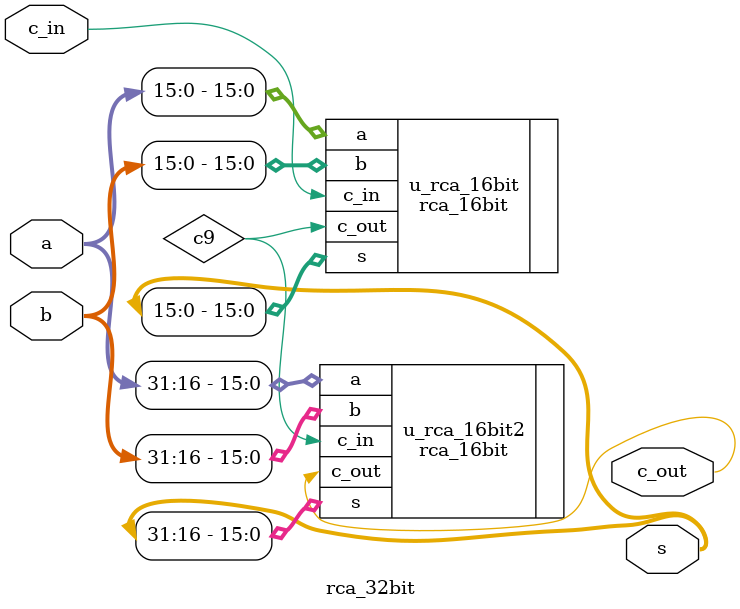
<source format=v>
module rca_32bit(
    input [31:0] a,
    input [31:0] b,
    input c_in,
    output [31:0] s,
    output c_out
);


wire c9;

rca_16bit u_rca_16bit(
    .a(a[15:0]),
    .b(b[15:0]),
    .c_in(c_in),
    .s(s[15:0]),
    .c_out(c9)
);

rca_16bit u_rca_16bit2(
    .a(a[31:16]),
    .b(b[31:16]),
    .c_in(c9),
    .s(s[31:16]),
    .c_out(c_out)
);

endmodule
</source>
